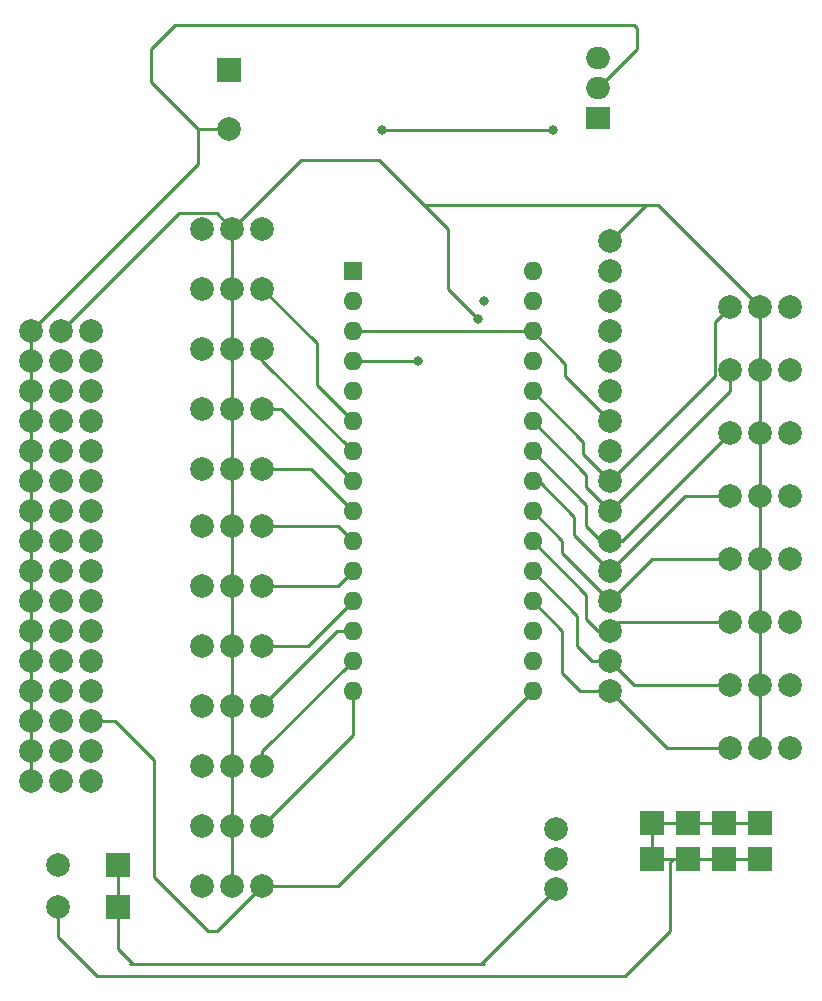
<source format=gbr>
%TF.GenerationSoftware,KiCad,Pcbnew,(5.1.6)-1*%
%TF.CreationDate,2020-11-22T17:12:52+01:00*%
%TF.ProjectId,NANOV4,4e414e4f-5634-42e6-9b69-6361645f7063,rev?*%
%TF.SameCoordinates,Original*%
%TF.FileFunction,Copper,L1,Top*%
%TF.FilePolarity,Positive*%
%FSLAX46Y46*%
G04 Gerber Fmt 4.6, Leading zero omitted, Abs format (unit mm)*
G04 Created by KiCad (PCBNEW (5.1.6)-1) date 2020-11-22 17:12:52*
%MOMM*%
%LPD*%
G01*
G04 APERTURE LIST*
%TA.AperFunction,ComponentPad*%
%ADD10R,2.000000X2.000000*%
%TD*%
%TA.AperFunction,ComponentPad*%
%ADD11R,2.000000X1.905000*%
%TD*%
%TA.AperFunction,ComponentPad*%
%ADD12O,2.000000X1.905000*%
%TD*%
%TA.AperFunction,ComponentPad*%
%ADD13C,2.000000*%
%TD*%
%TA.AperFunction,ComponentPad*%
%ADD14R,1.600000X1.600000*%
%TD*%
%TA.AperFunction,ComponentPad*%
%ADD15O,1.600000X1.600000*%
%TD*%
%TA.AperFunction,ViaPad*%
%ADD16C,0.800000*%
%TD*%
%TA.AperFunction,Conductor*%
%ADD17C,0.250000*%
%TD*%
G04 APERTURE END LIST*
D10*
%TO.P,LP,1*%
%TO.N,GND*%
X167386000Y-112522000D03*
%TD*%
%TO.P,LP,1*%
%TO.N,GND*%
X167386000Y-115570000D03*
%TD*%
%TO.P,LP,1*%
%TO.N,GND*%
X164338000Y-115570000D03*
%TD*%
%TO.P,LP,1*%
%TO.N,GND*%
X161290000Y-115570000D03*
%TD*%
%TO.P,LP,1*%
%TO.N,GND*%
X158242000Y-115570000D03*
%TD*%
%TO.P,LP,1*%
%TO.N,GND*%
X164338000Y-112522000D03*
%TD*%
%TO.P,LP,1*%
%TO.N,GND*%
X161290000Y-112522000D03*
%TD*%
%TO.P,LP,1*%
%TO.N,GND*%
X158242000Y-112522000D03*
%TD*%
D11*
%TO.P,U1,1*%
%TO.N,Net-(S1-Pad2)*%
X153670000Y-52832000D03*
D12*
%TO.P,U1,2*%
%TO.N,GND*%
X153670000Y-50292000D03*
%TO.P,U1,3*%
%TO.N,Net-(C1-Pad1)*%
X153670000Y-47752000D03*
%TD*%
D13*
%TO.P,J3,16*%
%TO.N,+5V*%
X110744000Y-108966000D03*
%TO.P,J3,15*%
X110744000Y-106426000D03*
%TO.P,J3,14*%
%TO.N,Net-(D13-Pad1)*%
X110744000Y-103886000D03*
%TO.P,J3,13*%
%TO.N,Net-(D12-Pad1)*%
X110744000Y-101346000D03*
%TO.P,J3,12*%
%TO.N,Net-(D11-Pad1)*%
X110744000Y-98806000D03*
%TO.P,J3,11*%
%TO.N,Net-(D10-Pad1)*%
X110744000Y-96266000D03*
%TO.P,J3,10*%
%TO.N,Net-(D9-Pad1)*%
X110744000Y-93726000D03*
%TO.P,J3,9*%
%TO.N,Net-(D8-Pad1)*%
X110744000Y-91186000D03*
%TO.P,J3,8*%
%TO.N,Net-(D7-Pad1)*%
X110744000Y-88646000D03*
%TO.P,J3,7*%
%TO.N,Net-(D6-Pad1)*%
X110744000Y-86106000D03*
%TO.P,J3,6*%
%TO.N,Net-(D5-Pad1)*%
X110744000Y-83566000D03*
%TO.P,J3,5*%
%TO.N,Net-(D4-Pad1)*%
X110744000Y-81026000D03*
%TO.P,J3,4*%
%TO.N,Net-(D3-Pad1)*%
X110744000Y-78486000D03*
%TO.P,J3,3*%
%TO.N,Net-(D2-Pad1)*%
X110744000Y-75946000D03*
%TO.P,J3,2*%
%TO.N,Net-(IC1-Pad1)*%
X110744000Y-73406000D03*
%TO.P,J3,1*%
%TO.N,Net-(IC1-Pad2)*%
X110744000Y-70866000D03*
%TD*%
D14*
%TO.P,IC1,1*%
%TO.N,Net-(IC1-Pad1)*%
X132873001Y-65807001D03*
D15*
%TO.P,IC1,17*%
%TO.N,Net-(IC1-Pad17)*%
X148113001Y-98827001D03*
%TO.P,IC1,2*%
%TO.N,Net-(IC1-Pad2)*%
X132873001Y-68347001D03*
%TO.P,IC1,18*%
%TO.N,Net-(IC1-Pad18)*%
X148113001Y-96287001D03*
%TO.P,IC1,3*%
%TO.N,Net-(IC1-Pad28)*%
X132873001Y-70887001D03*
%TO.P,IC1,19*%
%TO.N,Net-(A0-Pad3)*%
X148113001Y-93747001D03*
%TO.P,IC1,4*%
%TO.N,GND*%
X132873001Y-73427001D03*
%TO.P,IC1,20*%
%TO.N,Net-(A1-Pad3)*%
X148113001Y-91207001D03*
%TO.P,IC1,5*%
%TO.N,Net-(D2-Pad1)*%
X132873001Y-75967001D03*
%TO.P,IC1,21*%
%TO.N,Net-(A2-Pad3)*%
X148113001Y-88667001D03*
%TO.P,IC1,6*%
%TO.N,Net-(D3-Pad1)*%
X132873001Y-78507001D03*
%TO.P,IC1,22*%
%TO.N,Net-(A3-Pad3)*%
X148113001Y-86127001D03*
%TO.P,IC1,7*%
%TO.N,Net-(D4-Pad1)*%
X132873001Y-81047001D03*
%TO.P,IC1,23*%
%TO.N,Net-(A4-Pad3)*%
X148113001Y-83587001D03*
%TO.P,IC1,8*%
%TO.N,Net-(D5-Pad1)*%
X132873001Y-83587001D03*
%TO.P,IC1,24*%
%TO.N,Net-(A5-Pad3)*%
X148113001Y-81047001D03*
%TO.P,IC1,9*%
%TO.N,Net-(D6-Pad1)*%
X132873001Y-86127001D03*
%TO.P,IC1,25*%
%TO.N,Net-(A6-Pad3)*%
X148113001Y-78507001D03*
%TO.P,IC1,10*%
%TO.N,Net-(D7-Pad1)*%
X132873001Y-88667001D03*
%TO.P,IC1,26*%
%TO.N,Net-(A7-Pad3)*%
X148113001Y-75967001D03*
%TO.P,IC1,11*%
%TO.N,Net-(D8-Pad1)*%
X132873001Y-91207001D03*
%TO.P,IC1,27*%
%TO.N,+5V*%
X148113001Y-73427001D03*
%TO.P,IC1,12*%
%TO.N,Net-(D9-Pad1)*%
X132873001Y-93747001D03*
%TO.P,IC1,28*%
%TO.N,Net-(IC1-Pad28)*%
X148113001Y-70887001D03*
%TO.P,IC1,13*%
%TO.N,Net-(D10-Pad1)*%
X132873001Y-96287001D03*
%TO.P,IC1,29*%
%TO.N,GND*%
X148113001Y-68347001D03*
%TO.P,IC1,14*%
%TO.N,Net-(D11-Pad1)*%
X132873001Y-98827001D03*
%TO.P,IC1,30*%
%TO.N,Net-(C1-Pad1)*%
X148113001Y-65807001D03*
%TO.P,IC1,15*%
%TO.N,Net-(D12-Pad1)*%
X132873001Y-101367001D03*
%TO.P,IC1,16*%
%TO.N,Net-(D13-Pad1)*%
X148113001Y-101367001D03*
%TD*%
D10*
%TO.P,C1,1*%
%TO.N,Net-(C1-Pad1)*%
X122428000Y-48768000D03*
D13*
%TO.P,C1,2*%
%TO.N,GND*%
X122428000Y-53768000D03*
%TD*%
%TO.P,J1,1*%
%TO.N,GND*%
X105664000Y-70866000D03*
%TO.P,J1,2*%
X105664000Y-73406000D03*
%TO.P,J1,3*%
X105664000Y-75946000D03*
%TO.P,J1,4*%
X105664000Y-78486000D03*
%TO.P,J1,5*%
X105664000Y-81026000D03*
%TO.P,J1,6*%
X105664000Y-83566000D03*
%TO.P,J1,7*%
X105664000Y-86106000D03*
%TO.P,J1,8*%
X105664000Y-88646000D03*
%TO.P,J1,9*%
X105664000Y-91186000D03*
%TO.P,J1,10*%
X105664000Y-93726000D03*
%TO.P,J1,11*%
X105664000Y-96266000D03*
%TO.P,J1,12*%
X105664000Y-98806000D03*
%TO.P,J1,13*%
X105664000Y-101346000D03*
%TO.P,J1,14*%
X105664000Y-103886000D03*
%TO.P,J1,15*%
X105664000Y-106426000D03*
%TO.P,J1,16*%
X105664000Y-108966000D03*
%TD*%
%TO.P,J2,16*%
%TO.N,+5V*%
X108204000Y-108966000D03*
%TO.P,J2,15*%
X108204000Y-106426000D03*
%TO.P,J2,14*%
X108204000Y-103886000D03*
%TO.P,J2,13*%
X108204000Y-101346000D03*
%TO.P,J2,12*%
X108204000Y-98806000D03*
%TO.P,J2,11*%
X108204000Y-96266000D03*
%TO.P,J2,10*%
X108204000Y-93726000D03*
%TO.P,J2,9*%
X108204000Y-91186000D03*
%TO.P,J2,8*%
X108204000Y-88646000D03*
%TO.P,J2,7*%
X108204000Y-86106000D03*
%TO.P,J2,6*%
X108204000Y-83566000D03*
%TO.P,J2,5*%
X108204000Y-81026000D03*
%TO.P,J2,4*%
X108204000Y-78486000D03*
%TO.P,J2,3*%
X108204000Y-75946000D03*
%TO.P,J2,2*%
X108204000Y-73406000D03*
%TO.P,J2,1*%
X108204000Y-70866000D03*
%TD*%
%TO.P,J4,1*%
%TO.N,Net-(A0-Pad3)*%
X154686000Y-101346000D03*
%TO.P,J4,2*%
%TO.N,Net-(A1-Pad3)*%
X154686000Y-98806000D03*
%TO.P,J4,3*%
%TO.N,Net-(A2-Pad3)*%
X154686000Y-96266000D03*
%TO.P,J4,4*%
%TO.N,Net-(A3-Pad3)*%
X154686000Y-93726000D03*
%TO.P,J4,5*%
%TO.N,Net-(A4-Pad3)*%
X154686000Y-91186000D03*
%TO.P,J4,6*%
%TO.N,Net-(A5-Pad3)*%
X154686000Y-88646000D03*
%TO.P,J4,7*%
%TO.N,Net-(A6-Pad3)*%
X154686000Y-86106000D03*
%TO.P,J4,8*%
%TO.N,Net-(A7-Pad3)*%
X154686000Y-83566000D03*
%TO.P,J4,9*%
%TO.N,Net-(IC1-Pad18)*%
X154686000Y-81026000D03*
%TO.P,J4,10*%
%TO.N,Net-(IC1-Pad28)*%
X154686000Y-78486000D03*
%TO.P,J4,11*%
%TO.N,Net-(J4-Pad11)*%
X154686000Y-75946000D03*
%TO.P,J4,12*%
%TO.N,Net-(J4-Pad12)*%
X154686000Y-73406000D03*
%TO.P,J4,13*%
%TO.N,Net-(J4-Pad13)*%
X154686000Y-70866000D03*
%TO.P,J4,14*%
%TO.N,Net-(J4-Pad14)*%
X154686000Y-68326000D03*
%TO.P,J4,15*%
%TO.N,Net-(IC1-Pad17)*%
X154686000Y-65786000D03*
%TO.P,J4,16*%
%TO.N,+5V*%
X154686000Y-63246000D03*
%TD*%
%TO.P,S1,1*%
%TO.N,Net-(S1-Pad1)*%
X150114000Y-118110000D03*
%TO.P,S1,2*%
%TO.N,Net-(S1-Pad2)*%
X150114000Y-115570000D03*
%TO.P,S1,3*%
%TO.N,Net-(S1-Pad3)*%
X150114000Y-113030000D03*
%TD*%
%TO.P,U3,1*%
%TO.N,GND*%
X107950000Y-119634000D03*
D10*
%TO.P,U3,2*%
%TO.N,Net-(S1-Pad1)*%
X113030000Y-119634000D03*
%TD*%
D13*
%TO.P,A0,3*%
%TO.N,Net-(A0-Pad3)*%
X164846000Y-106172000D03*
%TO.P,A0,2*%
%TO.N,+5V*%
X167386000Y-106172000D03*
%TO.P,A0,1*%
%TO.N,Net-(A0-Pad1)*%
X169926000Y-106172000D03*
%TD*%
%TO.P,A1,1*%
%TO.N,Net-(A1-Pad1)*%
X169926000Y-100838000D03*
%TO.P,A1,2*%
%TO.N,+5V*%
X167386000Y-100838000D03*
%TO.P,A1,3*%
%TO.N,Net-(A1-Pad3)*%
X164846000Y-100838000D03*
%TD*%
%TO.P,A2,3*%
%TO.N,Net-(A2-Pad3)*%
X164846000Y-95504000D03*
%TO.P,A2,2*%
%TO.N,+5V*%
X167386000Y-95504000D03*
%TO.P,A2,1*%
%TO.N,Net-(A2-Pad1)*%
X169926000Y-95504000D03*
%TD*%
%TO.P,A3,1*%
%TO.N,Net-(A3-Pad1)*%
X169926000Y-90170000D03*
%TO.P,A3,2*%
%TO.N,+5V*%
X167386000Y-90170000D03*
%TO.P,A3,3*%
%TO.N,Net-(A3-Pad3)*%
X164846000Y-90170000D03*
%TD*%
%TO.P,A4,3*%
%TO.N,Net-(A4-Pad3)*%
X164846000Y-84836000D03*
%TO.P,A4,2*%
%TO.N,+5V*%
X167386000Y-84836000D03*
%TO.P,A4,1*%
%TO.N,Net-(A4-Pad1)*%
X169926000Y-84836000D03*
%TD*%
%TO.P,A5,1*%
%TO.N,Net-(A5-Pad1)*%
X169926000Y-79502000D03*
%TO.P,A5,2*%
%TO.N,+5V*%
X167386000Y-79502000D03*
%TO.P,A5,3*%
%TO.N,Net-(A5-Pad3)*%
X164846000Y-79502000D03*
%TD*%
%TO.P,A6,3*%
%TO.N,Net-(A6-Pad3)*%
X164846000Y-74168000D03*
%TO.P,A6,2*%
%TO.N,+5V*%
X167386000Y-74168000D03*
%TO.P,A6,1*%
%TO.N,Net-(A6-Pad1)*%
X169926000Y-74168000D03*
%TD*%
%TO.P,A7,1*%
%TO.N,Net-(A7-Pad1)*%
X169926000Y-68834000D03*
%TO.P,A7,2*%
%TO.N,+5V*%
X167386000Y-68834000D03*
%TO.P,A7,3*%
%TO.N,Net-(A7-Pad3)*%
X164846000Y-68834000D03*
%TD*%
%TO.P,U3,1*%
%TO.N,GND*%
X107950000Y-116078000D03*
D10*
%TO.P,U3,2*%
%TO.N,Net-(S1-Pad1)*%
X113030000Y-116078000D03*
%TD*%
D13*
%TO.P,D2,1*%
%TO.N,Net-(D2-Pad1)*%
X125222000Y-62230000D03*
%TO.P,D2,2*%
%TO.N,+5V*%
X122682000Y-62230000D03*
%TO.P,D2,3*%
%TO.N,Net-(D2-Pad3)*%
X120142000Y-62230000D03*
%TD*%
%TO.P,D3,3*%
%TO.N,Net-(D3-Pad3)*%
X120142000Y-67310000D03*
%TO.P,D3,2*%
%TO.N,+5V*%
X122682000Y-67310000D03*
%TO.P,D3,1*%
%TO.N,Net-(D3-Pad1)*%
X125222000Y-67310000D03*
%TD*%
%TO.P,D4,1*%
%TO.N,Net-(D4-Pad1)*%
X125222000Y-72390000D03*
%TO.P,D4,2*%
%TO.N,+5V*%
X122682000Y-72390000D03*
%TO.P,D4,3*%
%TO.N,Net-(D4-Pad3)*%
X120142000Y-72390000D03*
%TD*%
%TO.P,D5,1*%
%TO.N,Net-(D5-Pad1)*%
X125222000Y-77470000D03*
%TO.P,D5,2*%
%TO.N,+5V*%
X122682000Y-77470000D03*
%TO.P,D5,3*%
%TO.N,Net-(D5-Pad3)*%
X120142000Y-77470000D03*
%TD*%
%TO.P,D6,3*%
%TO.N,Net-(D6-Pad3)*%
X120142000Y-82550000D03*
%TO.P,D6,2*%
%TO.N,+5V*%
X122682000Y-82550000D03*
%TO.P,D6,1*%
%TO.N,Net-(D6-Pad1)*%
X125222000Y-82550000D03*
%TD*%
%TO.P,D7,1*%
%TO.N,Net-(D7-Pad1)*%
X125222000Y-87376000D03*
%TO.P,D7,2*%
%TO.N,+5V*%
X122682000Y-87376000D03*
%TO.P,D7,3*%
%TO.N,Net-(D7-Pad3)*%
X120142000Y-87376000D03*
%TD*%
%TO.P,D8,3*%
%TO.N,Net-(D8-Pad3)*%
X120142000Y-92456000D03*
%TO.P,D8,2*%
%TO.N,+5V*%
X122682000Y-92456000D03*
%TO.P,D8,1*%
%TO.N,Net-(D8-Pad1)*%
X125222000Y-92456000D03*
%TD*%
%TO.P,D9,1*%
%TO.N,Net-(D9-Pad1)*%
X125222000Y-97536000D03*
%TO.P,D9,2*%
%TO.N,+5V*%
X122682000Y-97536000D03*
%TO.P,D9,3*%
%TO.N,Net-(D9-Pad3)*%
X120142000Y-97536000D03*
%TD*%
%TO.P,D10,3*%
%TO.N,Net-(D10-Pad3)*%
X120142000Y-102616000D03*
%TO.P,D10,2*%
%TO.N,+5V*%
X122682000Y-102616000D03*
%TO.P,D10,1*%
%TO.N,Net-(D10-Pad1)*%
X125222000Y-102616000D03*
%TD*%
%TO.P,D11,1*%
%TO.N,Net-(D11-Pad1)*%
X125222000Y-107696000D03*
%TO.P,D11,2*%
%TO.N,+5V*%
X122682000Y-107696000D03*
%TO.P,D11,3*%
%TO.N,Net-(D11-Pad3)*%
X120142000Y-107696000D03*
%TD*%
%TO.P,D12,3*%
%TO.N,Net-(D12-Pad3)*%
X120142000Y-112776000D03*
%TO.P,D12,2*%
%TO.N,+5V*%
X122682000Y-112776000D03*
%TO.P,D12,1*%
%TO.N,Net-(D12-Pad1)*%
X125222000Y-112776000D03*
%TD*%
%TO.P,D13,3*%
%TO.N,Net-(D13-Pad3)*%
X120142000Y-117856000D03*
%TO.P,D13,2*%
%TO.N,+5V*%
X122682000Y-117856000D03*
%TO.P,D13,1*%
%TO.N,Net-(D13-Pad1)*%
X125222000Y-117856000D03*
%TD*%
D16*
%TO.N,+5V*%
X143510000Y-69850000D03*
%TO.N,GND*%
X138430000Y-73406000D03*
X144018000Y-68326000D03*
X135382000Y-53848000D03*
X149860000Y-53848000D03*
%TD*%
D17*
%TO.N,Net-(S1-Pad1)*%
X113030000Y-116078000D02*
X113030000Y-119634000D01*
X113284000Y-119380000D02*
X113030000Y-119634000D01*
X113030000Y-119634000D02*
X113030000Y-123190000D01*
X113030000Y-123190000D02*
X114300000Y-124460000D01*
X114300000Y-124460000D02*
X114046000Y-124460000D01*
X143764000Y-124460000D02*
X150114000Y-118110000D01*
X143764000Y-124460000D02*
X114300000Y-124460000D01*
X144018000Y-124460000D02*
X143764000Y-124460000D01*
%TO.N,+5V*%
X122682000Y-63356002D02*
X122682000Y-62230000D01*
X167199600Y-68383990D02*
X167067795Y-68515795D01*
X122682000Y-117856000D02*
X122682000Y-112776000D01*
X122682000Y-112776000D02*
X122682000Y-107696000D01*
X122682000Y-107696000D02*
X122682000Y-97536000D01*
X122682000Y-97536000D02*
X122682000Y-92456000D01*
X122682000Y-92456000D02*
X122682000Y-87376000D01*
X122682000Y-87376000D02*
X122682000Y-82550000D01*
X122682000Y-82550000D02*
X122682000Y-77470000D01*
X122682000Y-77470000D02*
X122682000Y-72390000D01*
X122682000Y-72390000D02*
X122682000Y-67310000D01*
X122682000Y-67310000D02*
X122682000Y-62230000D01*
X167386000Y-106172000D02*
X167386000Y-100838000D01*
X167386000Y-100838000D02*
X167386000Y-95504000D01*
X167386000Y-95504000D02*
X167386000Y-90170000D01*
X167386000Y-90170000D02*
X167386000Y-84836000D01*
X167386000Y-84836000D02*
X167386000Y-79502000D01*
X167386000Y-79502000D02*
X167386000Y-74168000D01*
X167386000Y-74168000D02*
X167386000Y-68834000D01*
X122682000Y-72390000D02*
X122682000Y-62230000D01*
X118165001Y-60904999D02*
X108204000Y-70866000D01*
X121356999Y-60904999D02*
X118165001Y-60904999D01*
X122682000Y-62230000D02*
X121356999Y-60904999D01*
X122682000Y-62230000D02*
X128524000Y-56388000D01*
X128524000Y-56388000D02*
X135128000Y-56388000D01*
X140970000Y-62230000D02*
X140970000Y-66802000D01*
X140970000Y-66802000D02*
X140970000Y-67056000D01*
X140970000Y-67056000D02*
X140970000Y-67310000D01*
X140970000Y-67310000D02*
X143510000Y-69850000D01*
X143510000Y-69850000D02*
X143510000Y-69850000D01*
X135128000Y-56388000D02*
X138938000Y-60198000D01*
X138938000Y-60198000D02*
X140970000Y-62230000D01*
X158750000Y-60198000D02*
X167386000Y-68834000D01*
X154686000Y-63246000D02*
X157734000Y-60198000D01*
X138938000Y-60198000D02*
X158496000Y-60198000D01*
X157734000Y-60198000D02*
X158496000Y-60198000D01*
X158496000Y-60198000D02*
X158750000Y-60198000D01*
%TO.N,GND*%
X144039001Y-68347001D02*
X144018000Y-68326000D01*
X132894002Y-73406000D02*
X132873001Y-73427001D01*
X138430000Y-73406000D02*
X132894002Y-73406000D01*
X149860000Y-53848000D02*
X149860000Y-53848000D01*
X135382000Y-53848000D02*
X149860000Y-53848000D01*
X107696000Y-115824000D02*
X107950000Y-116078000D01*
X153670000Y-50292000D02*
X156972000Y-46990000D01*
X156972000Y-46990000D02*
X156972000Y-45212000D01*
X156972000Y-45212000D02*
X156718000Y-44958000D01*
X156718000Y-44958000D02*
X117856000Y-44958000D01*
X117856000Y-44958000D02*
X115824000Y-46990000D01*
X115824000Y-46990000D02*
X115824000Y-49784000D01*
X119808000Y-53768000D02*
X122428000Y-53768000D01*
X115824000Y-49784000D02*
X119808000Y-53768000D01*
X119808000Y-56722000D02*
X105664000Y-70866000D01*
X119808000Y-53768000D02*
X119808000Y-56722000D01*
X105664000Y-73406000D02*
X105664000Y-70866000D01*
X105664000Y-73406000D02*
X105664000Y-75946000D01*
X105664000Y-78486000D02*
X105664000Y-75946000D01*
X105664000Y-78486000D02*
X105664000Y-81026000D01*
X105664000Y-81026000D02*
X105664000Y-83566000D01*
X105664000Y-83566000D02*
X105664000Y-86106000D01*
X105664000Y-86106000D02*
X105664000Y-88646000D01*
X105664000Y-88646000D02*
X105664000Y-91186000D01*
X105664000Y-91186000D02*
X105664000Y-93726000D01*
X105664000Y-93726000D02*
X105664000Y-96266000D01*
X105664000Y-96266000D02*
X105664000Y-98806000D01*
X105664000Y-98806000D02*
X105664000Y-101346000D01*
X105664000Y-101346000D02*
X105664000Y-103886000D01*
X105664000Y-103886000D02*
X105664000Y-106426000D01*
X105664000Y-106426000D02*
X105664000Y-108966000D01*
X107950000Y-119634000D02*
X107950000Y-122174000D01*
X107950000Y-122174000D02*
X111252000Y-125476000D01*
X111252000Y-125476000D02*
X155956000Y-125476000D01*
X155956000Y-125476000D02*
X159766000Y-121666000D01*
X158242000Y-115570000D02*
X158242000Y-112522000D01*
X158242000Y-112522000D02*
X161290000Y-112522000D01*
X161290000Y-112522000D02*
X164338000Y-112522000D01*
X164338000Y-115570000D02*
X161290000Y-115570000D01*
X159766000Y-115824000D02*
X160020000Y-115570000D01*
X159766000Y-121666000D02*
X159766000Y-115824000D01*
X161290000Y-115570000D02*
X160020000Y-115570000D01*
X160020000Y-115570000D02*
X158242000Y-115570000D01*
X164338000Y-112522000D02*
X167386000Y-112522000D01*
X164338000Y-115570000D02*
X167386000Y-115570000D01*
%TO.N,Net-(A0-Pad3)*%
X154686000Y-101346000D02*
X152146000Y-101346000D01*
X152146000Y-101346000D02*
X150622000Y-99822000D01*
X150622000Y-96256000D02*
X148113001Y-93747001D01*
X150622000Y-99822000D02*
X150622000Y-96256000D01*
X159512000Y-106172000D02*
X154686000Y-101346000D01*
X164846000Y-106172000D02*
X159512000Y-106172000D01*
%TO.N,Net-(A1-Pad3)*%
X154686000Y-98806000D02*
X153162000Y-98806000D01*
X153162000Y-98806000D02*
X151892000Y-97536000D01*
X151892000Y-94986000D02*
X148113001Y-91207001D01*
X151892000Y-97536000D02*
X151892000Y-94986000D01*
X156718000Y-100838000D02*
X154686000Y-98806000D01*
X164846000Y-100838000D02*
X156718000Y-100838000D01*
%TO.N,Net-(A2-Pad3)*%
X154686000Y-96266000D02*
X153670000Y-96266000D01*
X153670000Y-96266000D02*
X152654000Y-95250000D01*
X152654000Y-93208000D02*
X148113001Y-88667001D01*
X152654000Y-95250000D02*
X152654000Y-93208000D01*
X155448000Y-95504000D02*
X154686000Y-96266000D01*
X164846000Y-95504000D02*
X155448000Y-95504000D01*
%TO.N,Net-(A3-Pad3)*%
X150622000Y-88636000D02*
X148113001Y-86127001D01*
X154686000Y-93726000D02*
X150622000Y-89662000D01*
X150622000Y-89662000D02*
X150622000Y-88636000D01*
X158242000Y-90170000D02*
X154686000Y-93726000D01*
X164846000Y-90170000D02*
X158242000Y-90170000D01*
%TO.N,Net-(A4-Pad3)*%
X154686000Y-91186000D02*
X151638000Y-88138000D01*
X151638000Y-88138000D02*
X151638000Y-86614000D01*
X148611001Y-83587001D02*
X148113001Y-83587001D01*
X151638000Y-86614000D02*
X148611001Y-83587001D01*
X161036000Y-84836000D02*
X154686000Y-91186000D01*
X164846000Y-84836000D02*
X161036000Y-84836000D01*
%TO.N,Net-(A5-Pad3)*%
X154686000Y-88646000D02*
X153924000Y-88646000D01*
X153924000Y-88646000D02*
X152654000Y-87376000D01*
X152654000Y-85588000D02*
X148113001Y-81047001D01*
X152654000Y-87376000D02*
X152654000Y-85588000D01*
X155702000Y-88646000D02*
X154686000Y-88646000D01*
X164846000Y-79502000D02*
X155702000Y-88646000D01*
%TO.N,Net-(A6-Pad3)*%
X154686000Y-86106000D02*
X152654000Y-84074000D01*
X152654000Y-83048000D02*
X148113001Y-78507001D01*
X152654000Y-84074000D02*
X152654000Y-83048000D01*
X164846000Y-75946000D02*
X154686000Y-86106000D01*
X164846000Y-74168000D02*
X164846000Y-75946000D01*
%TO.N,Net-(A7-Pad3)*%
X154686000Y-83566000D02*
X152400000Y-81280000D01*
X152400000Y-80254000D02*
X148113001Y-75967001D01*
X152400000Y-81280000D02*
X152400000Y-80254000D01*
X163520999Y-74731001D02*
X154686000Y-83566000D01*
X163520999Y-70159001D02*
X163520999Y-74731001D01*
X164846000Y-68834000D02*
X163520999Y-70159001D01*
%TO.N,Net-(D2-Pad1)*%
X110765001Y-75967001D02*
X110744000Y-75946000D01*
%TO.N,Net-(D3-Pad1)*%
X110765001Y-78507001D02*
X110744000Y-78486000D01*
X129830999Y-71918999D02*
X125222000Y-67310000D01*
X129830999Y-75464999D02*
X129830999Y-71918999D01*
X132873001Y-78507001D02*
X129830999Y-75464999D01*
%TO.N,Net-(D4-Pad1)*%
X110765001Y-81047001D02*
X110744000Y-81026000D01*
X125222000Y-73396000D02*
X132873001Y-81047001D01*
X125222000Y-72390000D02*
X125222000Y-73396000D01*
%TO.N,Net-(D5-Pad1)*%
X110765001Y-83587001D02*
X110744000Y-83566000D01*
X126756000Y-77470000D02*
X132873001Y-83587001D01*
X125222000Y-77470000D02*
X126756000Y-77470000D01*
%TO.N,Net-(D6-Pad1)*%
X110765001Y-86127001D02*
X110744000Y-86106000D01*
X129296000Y-82550000D02*
X132873001Y-86127001D01*
X125222000Y-82550000D02*
X129296000Y-82550000D01*
%TO.N,Net-(D7-Pad1)*%
X110765001Y-88667001D02*
X110744000Y-88646000D01*
X131582000Y-87376000D02*
X132873001Y-88667001D01*
X125222000Y-87376000D02*
X131582000Y-87376000D01*
%TO.N,Net-(D8-Pad1)*%
X110765001Y-91207001D02*
X110744000Y-91186000D01*
X131624002Y-92456000D02*
X132873001Y-91207001D01*
X125222000Y-92456000D02*
X131624002Y-92456000D01*
%TO.N,Net-(D9-Pad1)*%
X110765001Y-93747001D02*
X110744000Y-93726000D01*
X129084002Y-97536000D02*
X132873001Y-93747001D01*
X125222000Y-97536000D02*
X129084002Y-97536000D01*
%TO.N,Net-(D10-Pad1)*%
X110765001Y-96287001D02*
X110744000Y-96266000D01*
X131550999Y-96287001D02*
X132873001Y-96287001D01*
X125222000Y-102616000D02*
X131550999Y-96287001D01*
%TO.N,Net-(D11-Pad1)*%
X110765001Y-98827001D02*
X110744000Y-98806000D01*
X125222000Y-106478002D02*
X132873001Y-98827001D01*
X125222000Y-107696000D02*
X125222000Y-106478002D01*
%TO.N,Net-(D12-Pad1)*%
X110765001Y-101367001D02*
X110744000Y-101346000D01*
X132873001Y-105124999D02*
X132873001Y-101367001D01*
X125222000Y-112776000D02*
X132873001Y-105124999D01*
%TO.N,Net-(D13-Pad1)*%
X148113001Y-101367001D02*
X145594002Y-103886000D01*
X131624002Y-117856000D02*
X148113001Y-101367001D01*
X125222000Y-117856000D02*
X131624002Y-117856000D01*
X121412000Y-121666000D02*
X125222000Y-117856000D01*
X112776000Y-103886000D02*
X116078000Y-107188000D01*
X116078000Y-107188000D02*
X116078000Y-117094000D01*
X110744000Y-103886000D02*
X112776000Y-103886000D01*
X116078000Y-117094000D02*
X120650000Y-121666000D01*
X120650000Y-121666000D02*
X121412000Y-121666000D01*
%TO.N,Net-(IC1-Pad2)*%
X132820999Y-68347001D02*
X132873001Y-68347001D01*
%TO.N,Net-(IC1-Pad28)*%
X150876000Y-73650000D02*
X148113001Y-70887001D01*
X154686000Y-78486000D02*
X150876000Y-74676000D01*
X150876000Y-74676000D02*
X150876000Y-73650000D01*
X148113001Y-70887001D02*
X132873001Y-70887001D01*
%TD*%
M02*

</source>
